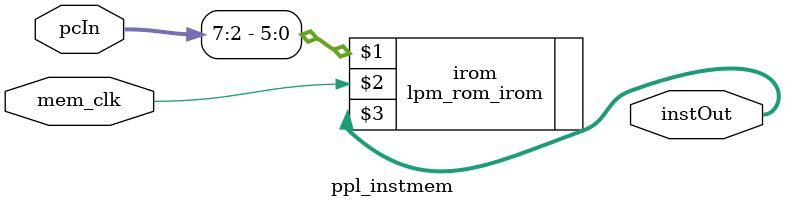
<source format=v>
module ppl_instmem (pcIn, instOut, mem_clk);
    input   [31:0]  pcIn;
    input           mem_clk;

    output  [31:0]  instOut;
    wire    [31:0]  instOut;

   lpm_rom_irom irom (pcIn[7:2], mem_clk, instOut);

endmodule // ppl_instmem

</source>
